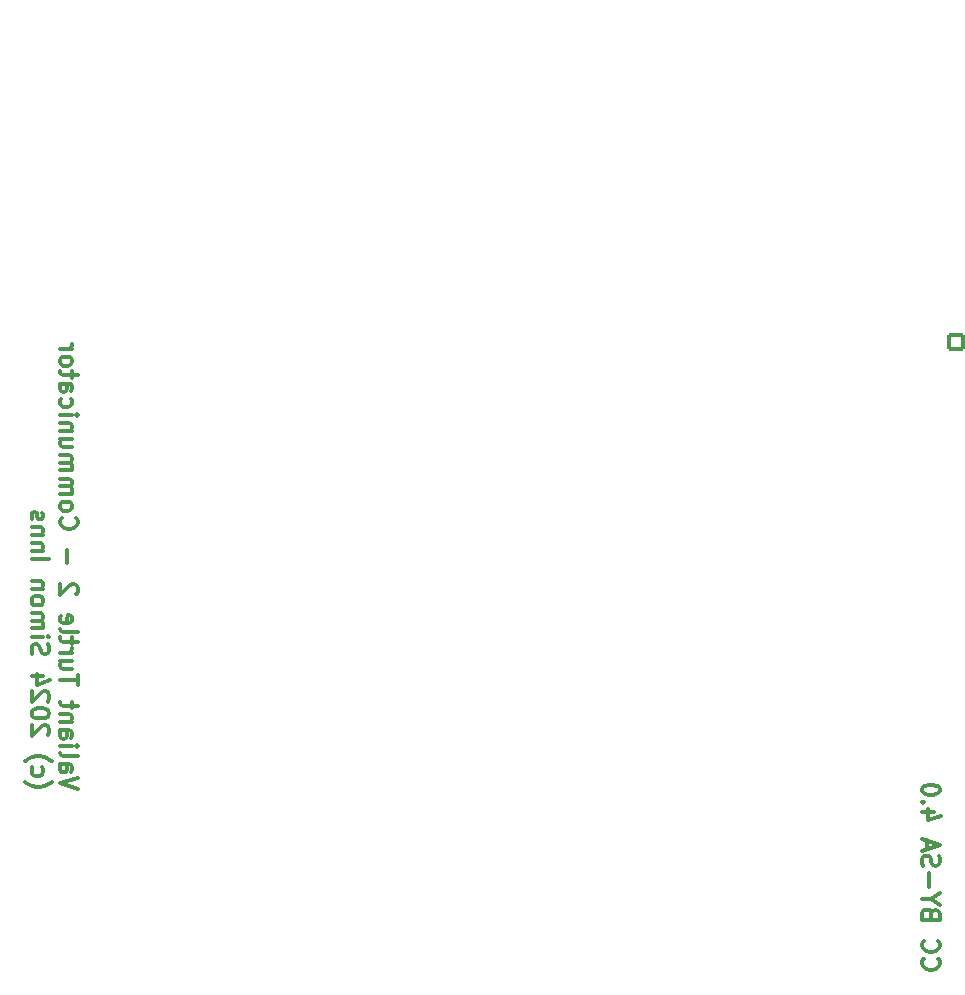
<source format=gbo>
G04 #@! TF.GenerationSoftware,KiCad,Pcbnew,8.0.5*
G04 #@! TF.CreationDate,2024-10-24T17:49:52+02:00*
G04 #@! TF.ProjectId,vt2_communicator,7674325f-636f-46d6-9d75-6e696361746f,rev?*
G04 #@! TF.SameCoordinates,Original*
G04 #@! TF.FileFunction,Legend,Bot*
G04 #@! TF.FilePolarity,Positive*
%FSLAX46Y46*%
G04 Gerber Fmt 4.6, Leading zero omitted, Abs format (unit mm)*
G04 Created by KiCad (PCBNEW 8.0.5) date 2024-10-24 17:49:52*
%MOMM*%
%LPD*%
G01*
G04 APERTURE LIST*
G04 Aperture macros list*
%AMRoundRect*
0 Rectangle with rounded corners*
0 $1 Rounding radius*
0 $2 $3 $4 $5 $6 $7 $8 $9 X,Y pos of 4 corners*
0 Add a 4 corners polygon primitive as box body*
4,1,4,$2,$3,$4,$5,$6,$7,$8,$9,$2,$3,0*
0 Add four circle primitives for the rounded corners*
1,1,$1+$1,$2,$3*
1,1,$1+$1,$4,$5*
1,1,$1+$1,$6,$7*
1,1,$1+$1,$8,$9*
0 Add four rect primitives between the rounded corners*
20,1,$1+$1,$2,$3,$4,$5,0*
20,1,$1+$1,$4,$5,$6,$7,0*
20,1,$1+$1,$6,$7,$8,$9,0*
20,1,$1+$1,$8,$9,$2,$3,0*%
%AMFreePoly0*
4,1,28,0.605014,0.794986,0.644504,0.794986,0.724698,0.756366,0.780194,0.686777,0.800000,0.600000,0.800000,-0.600000,0.780194,-0.686777,0.724698,-0.756366,0.644504,-0.794986,0.605014,-0.794986,0.600000,-0.800000,0.000000,-0.800000,-0.178017,-0.779942,-0.347107,-0.720775,-0.498792,-0.625465,-0.625465,-0.498792,-0.720775,-0.347107,-0.779942,-0.178017,-0.800000,0.000000,-0.779942,0.178017,
-0.720775,0.347107,-0.625465,0.498792,-0.498792,0.625465,-0.347107,0.720775,-0.178017,0.779942,0.000000,0.800000,0.600000,0.800000,0.605014,0.794986,0.605014,0.794986,$1*%
%AMFreePoly1*
4,1,28,0.178017,0.779942,0.347107,0.720775,0.498792,0.625465,0.625465,0.498792,0.720775,0.347107,0.779942,0.178017,0.800000,0.000000,0.779942,-0.178017,0.720775,-0.347107,0.625465,-0.498792,0.498792,-0.625465,0.347107,-0.720775,0.178017,-0.779942,0.000000,-0.800000,-0.600000,-0.800000,-0.605014,-0.794986,-0.644504,-0.794986,-0.724698,-0.756366,-0.780194,-0.686777,-0.800000,-0.600000,
-0.800000,0.600000,-0.780194,0.686777,-0.724698,0.756366,-0.644504,0.794986,-0.605014,0.794986,-0.600000,0.800000,0.000000,0.800000,0.178017,0.779942,0.178017,0.779942,$1*%
G04 Aperture macros list end*
%ADD10C,0.300000*%
%ADD11C,2.499360*%
%ADD12R,1.800000X1.800000*%
%ADD13C,1.800000*%
%ADD14C,4.000000*%
%ADD15R,1.600000X1.600000*%
%ADD16C,1.600000*%
%ADD17C,3.200000*%
%ADD18R,1.700000X1.700000*%
%ADD19O,1.700000X1.700000*%
%ADD20C,2.200000*%
%ADD21C,1.850000*%
%ADD22RoundRect,0.200000X-0.600000X0.600000X-0.600000X-0.600000X0.600000X-0.600000X0.600000X0.600000X0*%
%ADD23FreePoly0,270.000000*%
%ADD24FreePoly1,270.000000*%
G04 APERTURE END LIST*
D10*
X117114087Y-118859774D02*
X115614087Y-118359774D01*
X115614087Y-118359774D02*
X117114087Y-117859774D01*
X115614087Y-116716918D02*
X116399801Y-116716918D01*
X116399801Y-116716918D02*
X116542658Y-116788346D01*
X116542658Y-116788346D02*
X116614087Y-116931203D01*
X116614087Y-116931203D02*
X116614087Y-117216918D01*
X116614087Y-117216918D02*
X116542658Y-117359775D01*
X115685516Y-116716918D02*
X115614087Y-116859775D01*
X115614087Y-116859775D02*
X115614087Y-117216918D01*
X115614087Y-117216918D02*
X115685516Y-117359775D01*
X115685516Y-117359775D02*
X115828373Y-117431203D01*
X115828373Y-117431203D02*
X115971230Y-117431203D01*
X115971230Y-117431203D02*
X116114087Y-117359775D01*
X116114087Y-117359775D02*
X116185516Y-117216918D01*
X116185516Y-117216918D02*
X116185516Y-116859775D01*
X116185516Y-116859775D02*
X116256944Y-116716918D01*
X115614087Y-115788346D02*
X115685516Y-115931203D01*
X115685516Y-115931203D02*
X115828373Y-116002632D01*
X115828373Y-116002632D02*
X117114087Y-116002632D01*
X115614087Y-115216918D02*
X116614087Y-115216918D01*
X117114087Y-115216918D02*
X117042658Y-115288346D01*
X117042658Y-115288346D02*
X116971230Y-115216918D01*
X116971230Y-115216918D02*
X117042658Y-115145489D01*
X117042658Y-115145489D02*
X117114087Y-115216918D01*
X117114087Y-115216918D02*
X116971230Y-115216918D01*
X115614087Y-113859775D02*
X116399801Y-113859775D01*
X116399801Y-113859775D02*
X116542658Y-113931203D01*
X116542658Y-113931203D02*
X116614087Y-114074060D01*
X116614087Y-114074060D02*
X116614087Y-114359775D01*
X116614087Y-114359775D02*
X116542658Y-114502632D01*
X115685516Y-113859775D02*
X115614087Y-114002632D01*
X115614087Y-114002632D02*
X115614087Y-114359775D01*
X115614087Y-114359775D02*
X115685516Y-114502632D01*
X115685516Y-114502632D02*
X115828373Y-114574060D01*
X115828373Y-114574060D02*
X115971230Y-114574060D01*
X115971230Y-114574060D02*
X116114087Y-114502632D01*
X116114087Y-114502632D02*
X116185516Y-114359775D01*
X116185516Y-114359775D02*
X116185516Y-114002632D01*
X116185516Y-114002632D02*
X116256944Y-113859775D01*
X116614087Y-113145489D02*
X115614087Y-113145489D01*
X116471230Y-113145489D02*
X116542658Y-113074060D01*
X116542658Y-113074060D02*
X116614087Y-112931203D01*
X116614087Y-112931203D02*
X116614087Y-112716917D01*
X116614087Y-112716917D02*
X116542658Y-112574060D01*
X116542658Y-112574060D02*
X116399801Y-112502632D01*
X116399801Y-112502632D02*
X115614087Y-112502632D01*
X116614087Y-112002631D02*
X116614087Y-111431203D01*
X117114087Y-111788346D02*
X115828373Y-111788346D01*
X115828373Y-111788346D02*
X115685516Y-111716917D01*
X115685516Y-111716917D02*
X115614087Y-111574060D01*
X115614087Y-111574060D02*
X115614087Y-111431203D01*
X117114087Y-110002631D02*
X117114087Y-109145489D01*
X115614087Y-109574060D02*
X117114087Y-109574060D01*
X116614087Y-108002632D02*
X115614087Y-108002632D01*
X116614087Y-108645489D02*
X115828373Y-108645489D01*
X115828373Y-108645489D02*
X115685516Y-108574060D01*
X115685516Y-108574060D02*
X115614087Y-108431203D01*
X115614087Y-108431203D02*
X115614087Y-108216917D01*
X115614087Y-108216917D02*
X115685516Y-108074060D01*
X115685516Y-108074060D02*
X115756944Y-108002632D01*
X115614087Y-107288346D02*
X116614087Y-107288346D01*
X116328373Y-107288346D02*
X116471230Y-107216917D01*
X116471230Y-107216917D02*
X116542658Y-107145489D01*
X116542658Y-107145489D02*
X116614087Y-107002631D01*
X116614087Y-107002631D02*
X116614087Y-106859774D01*
X116614087Y-106574060D02*
X116614087Y-106002632D01*
X117114087Y-106359775D02*
X115828373Y-106359775D01*
X115828373Y-106359775D02*
X115685516Y-106288346D01*
X115685516Y-106288346D02*
X115614087Y-106145489D01*
X115614087Y-106145489D02*
X115614087Y-106002632D01*
X115614087Y-105288346D02*
X115685516Y-105431203D01*
X115685516Y-105431203D02*
X115828373Y-105502632D01*
X115828373Y-105502632D02*
X117114087Y-105502632D01*
X115685516Y-104145489D02*
X115614087Y-104288346D01*
X115614087Y-104288346D02*
X115614087Y-104574061D01*
X115614087Y-104574061D02*
X115685516Y-104716918D01*
X115685516Y-104716918D02*
X115828373Y-104788346D01*
X115828373Y-104788346D02*
X116399801Y-104788346D01*
X116399801Y-104788346D02*
X116542658Y-104716918D01*
X116542658Y-104716918D02*
X116614087Y-104574061D01*
X116614087Y-104574061D02*
X116614087Y-104288346D01*
X116614087Y-104288346D02*
X116542658Y-104145489D01*
X116542658Y-104145489D02*
X116399801Y-104074061D01*
X116399801Y-104074061D02*
X116256944Y-104074061D01*
X116256944Y-104074061D02*
X116114087Y-104788346D01*
X116971230Y-102359775D02*
X117042658Y-102288347D01*
X117042658Y-102288347D02*
X117114087Y-102145490D01*
X117114087Y-102145490D02*
X117114087Y-101788347D01*
X117114087Y-101788347D02*
X117042658Y-101645490D01*
X117042658Y-101645490D02*
X116971230Y-101574061D01*
X116971230Y-101574061D02*
X116828373Y-101502632D01*
X116828373Y-101502632D02*
X116685516Y-101502632D01*
X116685516Y-101502632D02*
X116471230Y-101574061D01*
X116471230Y-101574061D02*
X115614087Y-102431204D01*
X115614087Y-102431204D02*
X115614087Y-101502632D01*
X116185516Y-99716919D02*
X116185516Y-98574062D01*
X115756944Y-95859776D02*
X115685516Y-95931204D01*
X115685516Y-95931204D02*
X115614087Y-96145490D01*
X115614087Y-96145490D02*
X115614087Y-96288347D01*
X115614087Y-96288347D02*
X115685516Y-96502633D01*
X115685516Y-96502633D02*
X115828373Y-96645490D01*
X115828373Y-96645490D02*
X115971230Y-96716919D01*
X115971230Y-96716919D02*
X116256944Y-96788347D01*
X116256944Y-96788347D02*
X116471230Y-96788347D01*
X116471230Y-96788347D02*
X116756944Y-96716919D01*
X116756944Y-96716919D02*
X116899801Y-96645490D01*
X116899801Y-96645490D02*
X117042658Y-96502633D01*
X117042658Y-96502633D02*
X117114087Y-96288347D01*
X117114087Y-96288347D02*
X117114087Y-96145490D01*
X117114087Y-96145490D02*
X117042658Y-95931204D01*
X117042658Y-95931204D02*
X116971230Y-95859776D01*
X115614087Y-95002633D02*
X115685516Y-95145490D01*
X115685516Y-95145490D02*
X115756944Y-95216919D01*
X115756944Y-95216919D02*
X115899801Y-95288347D01*
X115899801Y-95288347D02*
X116328373Y-95288347D01*
X116328373Y-95288347D02*
X116471230Y-95216919D01*
X116471230Y-95216919D02*
X116542658Y-95145490D01*
X116542658Y-95145490D02*
X116614087Y-95002633D01*
X116614087Y-95002633D02*
X116614087Y-94788347D01*
X116614087Y-94788347D02*
X116542658Y-94645490D01*
X116542658Y-94645490D02*
X116471230Y-94574062D01*
X116471230Y-94574062D02*
X116328373Y-94502633D01*
X116328373Y-94502633D02*
X115899801Y-94502633D01*
X115899801Y-94502633D02*
X115756944Y-94574062D01*
X115756944Y-94574062D02*
X115685516Y-94645490D01*
X115685516Y-94645490D02*
X115614087Y-94788347D01*
X115614087Y-94788347D02*
X115614087Y-95002633D01*
X115614087Y-93859776D02*
X116614087Y-93859776D01*
X116471230Y-93859776D02*
X116542658Y-93788347D01*
X116542658Y-93788347D02*
X116614087Y-93645490D01*
X116614087Y-93645490D02*
X116614087Y-93431204D01*
X116614087Y-93431204D02*
X116542658Y-93288347D01*
X116542658Y-93288347D02*
X116399801Y-93216919D01*
X116399801Y-93216919D02*
X115614087Y-93216919D01*
X116399801Y-93216919D02*
X116542658Y-93145490D01*
X116542658Y-93145490D02*
X116614087Y-93002633D01*
X116614087Y-93002633D02*
X116614087Y-92788347D01*
X116614087Y-92788347D02*
X116542658Y-92645490D01*
X116542658Y-92645490D02*
X116399801Y-92574061D01*
X116399801Y-92574061D02*
X115614087Y-92574061D01*
X115614087Y-91859776D02*
X116614087Y-91859776D01*
X116471230Y-91859776D02*
X116542658Y-91788347D01*
X116542658Y-91788347D02*
X116614087Y-91645490D01*
X116614087Y-91645490D02*
X116614087Y-91431204D01*
X116614087Y-91431204D02*
X116542658Y-91288347D01*
X116542658Y-91288347D02*
X116399801Y-91216919D01*
X116399801Y-91216919D02*
X115614087Y-91216919D01*
X116399801Y-91216919D02*
X116542658Y-91145490D01*
X116542658Y-91145490D02*
X116614087Y-91002633D01*
X116614087Y-91002633D02*
X116614087Y-90788347D01*
X116614087Y-90788347D02*
X116542658Y-90645490D01*
X116542658Y-90645490D02*
X116399801Y-90574061D01*
X116399801Y-90574061D02*
X115614087Y-90574061D01*
X116614087Y-89216919D02*
X115614087Y-89216919D01*
X116614087Y-89859776D02*
X115828373Y-89859776D01*
X115828373Y-89859776D02*
X115685516Y-89788347D01*
X115685516Y-89788347D02*
X115614087Y-89645490D01*
X115614087Y-89645490D02*
X115614087Y-89431204D01*
X115614087Y-89431204D02*
X115685516Y-89288347D01*
X115685516Y-89288347D02*
X115756944Y-89216919D01*
X116614087Y-88502633D02*
X115614087Y-88502633D01*
X116471230Y-88502633D02*
X116542658Y-88431204D01*
X116542658Y-88431204D02*
X116614087Y-88288347D01*
X116614087Y-88288347D02*
X116614087Y-88074061D01*
X116614087Y-88074061D02*
X116542658Y-87931204D01*
X116542658Y-87931204D02*
X116399801Y-87859776D01*
X116399801Y-87859776D02*
X115614087Y-87859776D01*
X115614087Y-87145490D02*
X116614087Y-87145490D01*
X117114087Y-87145490D02*
X117042658Y-87216918D01*
X117042658Y-87216918D02*
X116971230Y-87145490D01*
X116971230Y-87145490D02*
X117042658Y-87074061D01*
X117042658Y-87074061D02*
X117114087Y-87145490D01*
X117114087Y-87145490D02*
X116971230Y-87145490D01*
X115685516Y-85788347D02*
X115614087Y-85931204D01*
X115614087Y-85931204D02*
X115614087Y-86216918D01*
X115614087Y-86216918D02*
X115685516Y-86359775D01*
X115685516Y-86359775D02*
X115756944Y-86431204D01*
X115756944Y-86431204D02*
X115899801Y-86502632D01*
X115899801Y-86502632D02*
X116328373Y-86502632D01*
X116328373Y-86502632D02*
X116471230Y-86431204D01*
X116471230Y-86431204D02*
X116542658Y-86359775D01*
X116542658Y-86359775D02*
X116614087Y-86216918D01*
X116614087Y-86216918D02*
X116614087Y-85931204D01*
X116614087Y-85931204D02*
X116542658Y-85788347D01*
X115614087Y-84502633D02*
X116399801Y-84502633D01*
X116399801Y-84502633D02*
X116542658Y-84574061D01*
X116542658Y-84574061D02*
X116614087Y-84716918D01*
X116614087Y-84716918D02*
X116614087Y-85002633D01*
X116614087Y-85002633D02*
X116542658Y-85145490D01*
X115685516Y-84502633D02*
X115614087Y-84645490D01*
X115614087Y-84645490D02*
X115614087Y-85002633D01*
X115614087Y-85002633D02*
X115685516Y-85145490D01*
X115685516Y-85145490D02*
X115828373Y-85216918D01*
X115828373Y-85216918D02*
X115971230Y-85216918D01*
X115971230Y-85216918D02*
X116114087Y-85145490D01*
X116114087Y-85145490D02*
X116185516Y-85002633D01*
X116185516Y-85002633D02*
X116185516Y-84645490D01*
X116185516Y-84645490D02*
X116256944Y-84502633D01*
X116614087Y-84002632D02*
X116614087Y-83431204D01*
X117114087Y-83788347D02*
X115828373Y-83788347D01*
X115828373Y-83788347D02*
X115685516Y-83716918D01*
X115685516Y-83716918D02*
X115614087Y-83574061D01*
X115614087Y-83574061D02*
X115614087Y-83431204D01*
X115614087Y-82716918D02*
X115685516Y-82859775D01*
X115685516Y-82859775D02*
X115756944Y-82931204D01*
X115756944Y-82931204D02*
X115899801Y-83002632D01*
X115899801Y-83002632D02*
X116328373Y-83002632D01*
X116328373Y-83002632D02*
X116471230Y-82931204D01*
X116471230Y-82931204D02*
X116542658Y-82859775D01*
X116542658Y-82859775D02*
X116614087Y-82716918D01*
X116614087Y-82716918D02*
X116614087Y-82502632D01*
X116614087Y-82502632D02*
X116542658Y-82359775D01*
X116542658Y-82359775D02*
X116471230Y-82288347D01*
X116471230Y-82288347D02*
X116328373Y-82216918D01*
X116328373Y-82216918D02*
X115899801Y-82216918D01*
X115899801Y-82216918D02*
X115756944Y-82288347D01*
X115756944Y-82288347D02*
X115685516Y-82359775D01*
X115685516Y-82359775D02*
X115614087Y-82502632D01*
X115614087Y-82502632D02*
X115614087Y-82716918D01*
X115614087Y-81574061D02*
X116614087Y-81574061D01*
X116328373Y-81574061D02*
X116471230Y-81502632D01*
X116471230Y-81502632D02*
X116542658Y-81431204D01*
X116542658Y-81431204D02*
X116614087Y-81288346D01*
X116614087Y-81288346D02*
X116614087Y-81145489D01*
X112627742Y-118216917D02*
X112699171Y-118288346D01*
X112699171Y-118288346D02*
X112913457Y-118431203D01*
X112913457Y-118431203D02*
X113056314Y-118502632D01*
X113056314Y-118502632D02*
X113270600Y-118574060D01*
X113270600Y-118574060D02*
X113627742Y-118645489D01*
X113627742Y-118645489D02*
X113913457Y-118645489D01*
X113913457Y-118645489D02*
X114270600Y-118574060D01*
X114270600Y-118574060D02*
X114484885Y-118502632D01*
X114484885Y-118502632D02*
X114627742Y-118431203D01*
X114627742Y-118431203D02*
X114842028Y-118288346D01*
X114842028Y-118288346D02*
X114913457Y-118216917D01*
X113270600Y-117002632D02*
X113199171Y-117145489D01*
X113199171Y-117145489D02*
X113199171Y-117431203D01*
X113199171Y-117431203D02*
X113270600Y-117574060D01*
X113270600Y-117574060D02*
X113342028Y-117645489D01*
X113342028Y-117645489D02*
X113484885Y-117716917D01*
X113484885Y-117716917D02*
X113913457Y-117716917D01*
X113913457Y-117716917D02*
X114056314Y-117645489D01*
X114056314Y-117645489D02*
X114127742Y-117574060D01*
X114127742Y-117574060D02*
X114199171Y-117431203D01*
X114199171Y-117431203D02*
X114199171Y-117145489D01*
X114199171Y-117145489D02*
X114127742Y-117002632D01*
X112627742Y-116502632D02*
X112699171Y-116431203D01*
X112699171Y-116431203D02*
X112913457Y-116288346D01*
X112913457Y-116288346D02*
X113056314Y-116216918D01*
X113056314Y-116216918D02*
X113270600Y-116145489D01*
X113270600Y-116145489D02*
X113627742Y-116074060D01*
X113627742Y-116074060D02*
X113913457Y-116074060D01*
X113913457Y-116074060D02*
X114270600Y-116145489D01*
X114270600Y-116145489D02*
X114484885Y-116216918D01*
X114484885Y-116216918D02*
X114627742Y-116288346D01*
X114627742Y-116288346D02*
X114842028Y-116431203D01*
X114842028Y-116431203D02*
X114913457Y-116502632D01*
X114556314Y-114288346D02*
X114627742Y-114216918D01*
X114627742Y-114216918D02*
X114699171Y-114074061D01*
X114699171Y-114074061D02*
X114699171Y-113716918D01*
X114699171Y-113716918D02*
X114627742Y-113574061D01*
X114627742Y-113574061D02*
X114556314Y-113502632D01*
X114556314Y-113502632D02*
X114413457Y-113431203D01*
X114413457Y-113431203D02*
X114270600Y-113431203D01*
X114270600Y-113431203D02*
X114056314Y-113502632D01*
X114056314Y-113502632D02*
X113199171Y-114359775D01*
X113199171Y-114359775D02*
X113199171Y-113431203D01*
X114699171Y-112502632D02*
X114699171Y-112359775D01*
X114699171Y-112359775D02*
X114627742Y-112216918D01*
X114627742Y-112216918D02*
X114556314Y-112145490D01*
X114556314Y-112145490D02*
X114413457Y-112074061D01*
X114413457Y-112074061D02*
X114127742Y-112002632D01*
X114127742Y-112002632D02*
X113770600Y-112002632D01*
X113770600Y-112002632D02*
X113484885Y-112074061D01*
X113484885Y-112074061D02*
X113342028Y-112145490D01*
X113342028Y-112145490D02*
X113270600Y-112216918D01*
X113270600Y-112216918D02*
X113199171Y-112359775D01*
X113199171Y-112359775D02*
X113199171Y-112502632D01*
X113199171Y-112502632D02*
X113270600Y-112645490D01*
X113270600Y-112645490D02*
X113342028Y-112716918D01*
X113342028Y-112716918D02*
X113484885Y-112788347D01*
X113484885Y-112788347D02*
X113770600Y-112859775D01*
X113770600Y-112859775D02*
X114127742Y-112859775D01*
X114127742Y-112859775D02*
X114413457Y-112788347D01*
X114413457Y-112788347D02*
X114556314Y-112716918D01*
X114556314Y-112716918D02*
X114627742Y-112645490D01*
X114627742Y-112645490D02*
X114699171Y-112502632D01*
X114556314Y-111431204D02*
X114627742Y-111359776D01*
X114627742Y-111359776D02*
X114699171Y-111216919D01*
X114699171Y-111216919D02*
X114699171Y-110859776D01*
X114699171Y-110859776D02*
X114627742Y-110716919D01*
X114627742Y-110716919D02*
X114556314Y-110645490D01*
X114556314Y-110645490D02*
X114413457Y-110574061D01*
X114413457Y-110574061D02*
X114270600Y-110574061D01*
X114270600Y-110574061D02*
X114056314Y-110645490D01*
X114056314Y-110645490D02*
X113199171Y-111502633D01*
X113199171Y-111502633D02*
X113199171Y-110574061D01*
X114199171Y-109288348D02*
X113199171Y-109288348D01*
X114770600Y-109645490D02*
X113699171Y-110002633D01*
X113699171Y-110002633D02*
X113699171Y-109074062D01*
X113270600Y-107431205D02*
X113199171Y-107216920D01*
X113199171Y-107216920D02*
X113199171Y-106859777D01*
X113199171Y-106859777D02*
X113270600Y-106716920D01*
X113270600Y-106716920D02*
X113342028Y-106645491D01*
X113342028Y-106645491D02*
X113484885Y-106574062D01*
X113484885Y-106574062D02*
X113627742Y-106574062D01*
X113627742Y-106574062D02*
X113770600Y-106645491D01*
X113770600Y-106645491D02*
X113842028Y-106716920D01*
X113842028Y-106716920D02*
X113913457Y-106859777D01*
X113913457Y-106859777D02*
X113984885Y-107145491D01*
X113984885Y-107145491D02*
X114056314Y-107288348D01*
X114056314Y-107288348D02*
X114127742Y-107359777D01*
X114127742Y-107359777D02*
X114270600Y-107431205D01*
X114270600Y-107431205D02*
X114413457Y-107431205D01*
X114413457Y-107431205D02*
X114556314Y-107359777D01*
X114556314Y-107359777D02*
X114627742Y-107288348D01*
X114627742Y-107288348D02*
X114699171Y-107145491D01*
X114699171Y-107145491D02*
X114699171Y-106788348D01*
X114699171Y-106788348D02*
X114627742Y-106574062D01*
X113199171Y-105931206D02*
X114199171Y-105931206D01*
X114699171Y-105931206D02*
X114627742Y-106002634D01*
X114627742Y-106002634D02*
X114556314Y-105931206D01*
X114556314Y-105931206D02*
X114627742Y-105859777D01*
X114627742Y-105859777D02*
X114699171Y-105931206D01*
X114699171Y-105931206D02*
X114556314Y-105931206D01*
X113199171Y-105216920D02*
X114199171Y-105216920D01*
X114056314Y-105216920D02*
X114127742Y-105145491D01*
X114127742Y-105145491D02*
X114199171Y-105002634D01*
X114199171Y-105002634D02*
X114199171Y-104788348D01*
X114199171Y-104788348D02*
X114127742Y-104645491D01*
X114127742Y-104645491D02*
X113984885Y-104574063D01*
X113984885Y-104574063D02*
X113199171Y-104574063D01*
X113984885Y-104574063D02*
X114127742Y-104502634D01*
X114127742Y-104502634D02*
X114199171Y-104359777D01*
X114199171Y-104359777D02*
X114199171Y-104145491D01*
X114199171Y-104145491D02*
X114127742Y-104002634D01*
X114127742Y-104002634D02*
X113984885Y-103931205D01*
X113984885Y-103931205D02*
X113199171Y-103931205D01*
X113199171Y-103002634D02*
X113270600Y-103145491D01*
X113270600Y-103145491D02*
X113342028Y-103216920D01*
X113342028Y-103216920D02*
X113484885Y-103288348D01*
X113484885Y-103288348D02*
X113913457Y-103288348D01*
X113913457Y-103288348D02*
X114056314Y-103216920D01*
X114056314Y-103216920D02*
X114127742Y-103145491D01*
X114127742Y-103145491D02*
X114199171Y-103002634D01*
X114199171Y-103002634D02*
X114199171Y-102788348D01*
X114199171Y-102788348D02*
X114127742Y-102645491D01*
X114127742Y-102645491D02*
X114056314Y-102574063D01*
X114056314Y-102574063D02*
X113913457Y-102502634D01*
X113913457Y-102502634D02*
X113484885Y-102502634D01*
X113484885Y-102502634D02*
X113342028Y-102574063D01*
X113342028Y-102574063D02*
X113270600Y-102645491D01*
X113270600Y-102645491D02*
X113199171Y-102788348D01*
X113199171Y-102788348D02*
X113199171Y-103002634D01*
X114199171Y-101859777D02*
X113199171Y-101859777D01*
X114056314Y-101859777D02*
X114127742Y-101788348D01*
X114127742Y-101788348D02*
X114199171Y-101645491D01*
X114199171Y-101645491D02*
X114199171Y-101431205D01*
X114199171Y-101431205D02*
X114127742Y-101288348D01*
X114127742Y-101288348D02*
X113984885Y-101216920D01*
X113984885Y-101216920D02*
X113199171Y-101216920D01*
X113199171Y-99359777D02*
X114699171Y-99359777D01*
X114199171Y-98645491D02*
X113199171Y-98645491D01*
X114056314Y-98645491D02*
X114127742Y-98574062D01*
X114127742Y-98574062D02*
X114199171Y-98431205D01*
X114199171Y-98431205D02*
X114199171Y-98216919D01*
X114199171Y-98216919D02*
X114127742Y-98074062D01*
X114127742Y-98074062D02*
X113984885Y-98002634D01*
X113984885Y-98002634D02*
X113199171Y-98002634D01*
X114199171Y-97288348D02*
X113199171Y-97288348D01*
X114056314Y-97288348D02*
X114127742Y-97216919D01*
X114127742Y-97216919D02*
X114199171Y-97074062D01*
X114199171Y-97074062D02*
X114199171Y-96859776D01*
X114199171Y-96859776D02*
X114127742Y-96716919D01*
X114127742Y-96716919D02*
X113984885Y-96645491D01*
X113984885Y-96645491D02*
X113199171Y-96645491D01*
X113270600Y-96002633D02*
X113199171Y-95859776D01*
X113199171Y-95859776D02*
X113199171Y-95574062D01*
X113199171Y-95574062D02*
X113270600Y-95431205D01*
X113270600Y-95431205D02*
X113413457Y-95359776D01*
X113413457Y-95359776D02*
X113484885Y-95359776D01*
X113484885Y-95359776D02*
X113627742Y-95431205D01*
X113627742Y-95431205D02*
X113699171Y-95574062D01*
X113699171Y-95574062D02*
X113699171Y-95788348D01*
X113699171Y-95788348D02*
X113770600Y-95931205D01*
X113770600Y-95931205D02*
X113913457Y-96002633D01*
X113913457Y-96002633D02*
X113984885Y-96002633D01*
X113984885Y-96002633D02*
X114127742Y-95931205D01*
X114127742Y-95931205D02*
X114199171Y-95788348D01*
X114199171Y-95788348D02*
X114199171Y-95574062D01*
X114199171Y-95574062D02*
X114127742Y-95431205D01*
X188742028Y-133188346D02*
X188670600Y-133259774D01*
X188670600Y-133259774D02*
X188599171Y-133474060D01*
X188599171Y-133474060D02*
X188599171Y-133616917D01*
X188599171Y-133616917D02*
X188670600Y-133831203D01*
X188670600Y-133831203D02*
X188813457Y-133974060D01*
X188813457Y-133974060D02*
X188956314Y-134045489D01*
X188956314Y-134045489D02*
X189242028Y-134116917D01*
X189242028Y-134116917D02*
X189456314Y-134116917D01*
X189456314Y-134116917D02*
X189742028Y-134045489D01*
X189742028Y-134045489D02*
X189884885Y-133974060D01*
X189884885Y-133974060D02*
X190027742Y-133831203D01*
X190027742Y-133831203D02*
X190099171Y-133616917D01*
X190099171Y-133616917D02*
X190099171Y-133474060D01*
X190099171Y-133474060D02*
X190027742Y-133259774D01*
X190027742Y-133259774D02*
X189956314Y-133188346D01*
X188742028Y-131688346D02*
X188670600Y-131759774D01*
X188670600Y-131759774D02*
X188599171Y-131974060D01*
X188599171Y-131974060D02*
X188599171Y-132116917D01*
X188599171Y-132116917D02*
X188670600Y-132331203D01*
X188670600Y-132331203D02*
X188813457Y-132474060D01*
X188813457Y-132474060D02*
X188956314Y-132545489D01*
X188956314Y-132545489D02*
X189242028Y-132616917D01*
X189242028Y-132616917D02*
X189456314Y-132616917D01*
X189456314Y-132616917D02*
X189742028Y-132545489D01*
X189742028Y-132545489D02*
X189884885Y-132474060D01*
X189884885Y-132474060D02*
X190027742Y-132331203D01*
X190027742Y-132331203D02*
X190099171Y-132116917D01*
X190099171Y-132116917D02*
X190099171Y-131974060D01*
X190099171Y-131974060D02*
X190027742Y-131759774D01*
X190027742Y-131759774D02*
X189956314Y-131688346D01*
X189384885Y-129402632D02*
X189313457Y-129188346D01*
X189313457Y-129188346D02*
X189242028Y-129116917D01*
X189242028Y-129116917D02*
X189099171Y-129045489D01*
X189099171Y-129045489D02*
X188884885Y-129045489D01*
X188884885Y-129045489D02*
X188742028Y-129116917D01*
X188742028Y-129116917D02*
X188670600Y-129188346D01*
X188670600Y-129188346D02*
X188599171Y-129331203D01*
X188599171Y-129331203D02*
X188599171Y-129902632D01*
X188599171Y-129902632D02*
X190099171Y-129902632D01*
X190099171Y-129902632D02*
X190099171Y-129402632D01*
X190099171Y-129402632D02*
X190027742Y-129259775D01*
X190027742Y-129259775D02*
X189956314Y-129188346D01*
X189956314Y-129188346D02*
X189813457Y-129116917D01*
X189813457Y-129116917D02*
X189670600Y-129116917D01*
X189670600Y-129116917D02*
X189527742Y-129188346D01*
X189527742Y-129188346D02*
X189456314Y-129259775D01*
X189456314Y-129259775D02*
X189384885Y-129402632D01*
X189384885Y-129402632D02*
X189384885Y-129902632D01*
X189313457Y-128116917D02*
X188599171Y-128116917D01*
X190099171Y-128616917D02*
X189313457Y-128116917D01*
X189313457Y-128116917D02*
X190099171Y-127616917D01*
X189170600Y-127116918D02*
X189170600Y-125974061D01*
X188670600Y-125331203D02*
X188599171Y-125116918D01*
X188599171Y-125116918D02*
X188599171Y-124759775D01*
X188599171Y-124759775D02*
X188670600Y-124616918D01*
X188670600Y-124616918D02*
X188742028Y-124545489D01*
X188742028Y-124545489D02*
X188884885Y-124474060D01*
X188884885Y-124474060D02*
X189027742Y-124474060D01*
X189027742Y-124474060D02*
X189170600Y-124545489D01*
X189170600Y-124545489D02*
X189242028Y-124616918D01*
X189242028Y-124616918D02*
X189313457Y-124759775D01*
X189313457Y-124759775D02*
X189384885Y-125045489D01*
X189384885Y-125045489D02*
X189456314Y-125188346D01*
X189456314Y-125188346D02*
X189527742Y-125259775D01*
X189527742Y-125259775D02*
X189670600Y-125331203D01*
X189670600Y-125331203D02*
X189813457Y-125331203D01*
X189813457Y-125331203D02*
X189956314Y-125259775D01*
X189956314Y-125259775D02*
X190027742Y-125188346D01*
X190027742Y-125188346D02*
X190099171Y-125045489D01*
X190099171Y-125045489D02*
X190099171Y-124688346D01*
X190099171Y-124688346D02*
X190027742Y-124474060D01*
X189027742Y-123902632D02*
X189027742Y-123188347D01*
X188599171Y-124045489D02*
X190099171Y-123545489D01*
X190099171Y-123545489D02*
X188599171Y-123045489D01*
X189599171Y-120759776D02*
X188599171Y-120759776D01*
X190170600Y-121116918D02*
X189099171Y-121474061D01*
X189099171Y-121474061D02*
X189099171Y-120545490D01*
X188742028Y-119974062D02*
X188670600Y-119902633D01*
X188670600Y-119902633D02*
X188599171Y-119974062D01*
X188599171Y-119974062D02*
X188670600Y-120045490D01*
X188670600Y-120045490D02*
X188742028Y-119974062D01*
X188742028Y-119974062D02*
X188599171Y-119974062D01*
X190099171Y-118974061D02*
X190099171Y-118831204D01*
X190099171Y-118831204D02*
X190027742Y-118688347D01*
X190027742Y-118688347D02*
X189956314Y-118616919D01*
X189956314Y-118616919D02*
X189813457Y-118545490D01*
X189813457Y-118545490D02*
X189527742Y-118474061D01*
X189527742Y-118474061D02*
X189170600Y-118474061D01*
X189170600Y-118474061D02*
X188884885Y-118545490D01*
X188884885Y-118545490D02*
X188742028Y-118616919D01*
X188742028Y-118616919D02*
X188670600Y-118688347D01*
X188670600Y-118688347D02*
X188599171Y-118831204D01*
X188599171Y-118831204D02*
X188599171Y-118974061D01*
X188599171Y-118974061D02*
X188670600Y-119116919D01*
X188670600Y-119116919D02*
X188742028Y-119188347D01*
X188742028Y-119188347D02*
X188884885Y-119259776D01*
X188884885Y-119259776D02*
X189170600Y-119331204D01*
X189170600Y-119331204D02*
X189527742Y-119331204D01*
X189527742Y-119331204D02*
X189813457Y-119259776D01*
X189813457Y-119259776D02*
X189956314Y-119188347D01*
X189956314Y-119188347D02*
X190027742Y-119116919D01*
X190027742Y-119116919D02*
X190099171Y-118974061D01*
D11*
X181250000Y-55253840D03*
X181247460Y-62751920D03*
X181250000Y-70250000D03*
X178748100Y-57755740D03*
X178748100Y-67748100D03*
%LPC*%
D12*
X110000000Y-80210000D03*
D13*
X110000000Y-82750000D03*
D14*
X159090000Y-62110331D03*
X134090000Y-62110331D03*
D15*
X141050000Y-63530331D03*
D16*
X143820000Y-63530331D03*
X146590000Y-63530331D03*
X149360000Y-63530331D03*
X152130000Y-63530331D03*
X142435000Y-60690331D03*
X145205000Y-60690331D03*
X147975000Y-60690331D03*
X150745000Y-60690331D03*
D17*
X169500000Y-145500000D03*
D18*
X158550000Y-104750000D03*
D19*
X156010000Y-104750000D03*
X153470000Y-104750000D03*
X150930000Y-104750000D03*
D17*
X169500000Y-55500000D03*
D12*
X110000000Y-110750000D03*
D13*
X110000000Y-113290000D03*
D11*
X191244900Y-67753180D03*
X191244900Y-57750660D03*
X181250000Y-55253840D03*
X181247460Y-62751920D03*
X181250000Y-70250000D03*
X178748100Y-57755740D03*
X178748100Y-67748100D03*
D12*
X110000000Y-87750000D03*
D13*
X110000000Y-90290000D03*
D14*
X182080000Y-143250000D03*
X182080000Y-109950000D03*
D15*
X180660000Y-136295000D03*
D16*
X180660000Y-133525000D03*
X180660000Y-130755000D03*
X180660000Y-127985000D03*
X180660000Y-125215000D03*
X180660000Y-122445000D03*
X180660000Y-119675000D03*
X180660000Y-116905000D03*
X183500000Y-134910000D03*
X183500000Y-132140000D03*
X183500000Y-129370000D03*
X183500000Y-126600000D03*
X183500000Y-123830000D03*
X183500000Y-121060000D03*
X183500000Y-118290000D03*
D20*
X191370000Y-87135000D03*
D21*
X188340000Y-87435000D03*
X188340000Y-92285000D03*
D20*
X191370000Y-92585000D03*
D22*
X191500000Y-80970000D03*
D16*
X188960000Y-80970000D03*
D23*
X186420000Y-80970000D03*
D16*
X183880000Y-80970000D03*
X181340000Y-80970000D03*
X178800000Y-80970000D03*
X176260000Y-80970000D03*
D23*
X173720000Y-80970000D03*
D16*
X171180000Y-80970000D03*
X168640000Y-80970000D03*
X166100000Y-80970000D03*
X163560000Y-80970000D03*
D23*
X161020000Y-80970000D03*
D16*
X158480000Y-80970000D03*
X155940000Y-80970000D03*
X153400000Y-80970000D03*
X150860000Y-80970000D03*
D23*
X148320000Y-80970000D03*
D16*
X145780000Y-80970000D03*
X143240000Y-80970000D03*
X143240000Y-98750000D03*
X145780000Y-98750000D03*
D24*
X148320000Y-98750000D03*
D16*
X150860000Y-98750000D03*
X153400000Y-98750000D03*
X155940000Y-98750000D03*
X158480000Y-98750000D03*
D24*
X161020000Y-98750000D03*
D16*
X163560000Y-98750000D03*
X166100000Y-98750000D03*
X168640000Y-98750000D03*
X171180000Y-98750000D03*
D24*
X173720000Y-98750000D03*
D16*
X176260000Y-98750000D03*
X178800000Y-98750000D03*
X181340000Y-98750000D03*
X183880000Y-98750000D03*
D24*
X186420000Y-98750000D03*
D16*
X188960000Y-98750000D03*
X191500000Y-98750000D03*
D12*
X110000000Y-95500000D03*
D13*
X110000000Y-98040000D03*
D12*
X110000000Y-103250000D03*
D13*
X110000000Y-105790000D03*
D17*
X103500000Y-55500000D03*
D18*
X190080000Y-75250000D03*
D19*
X187540000Y-75250000D03*
X185000000Y-75250000D03*
D17*
X103500000Y-145500000D03*
D12*
X110000000Y-118250000D03*
D13*
X110000000Y-120790000D03*
%LPD*%
M02*

</source>
